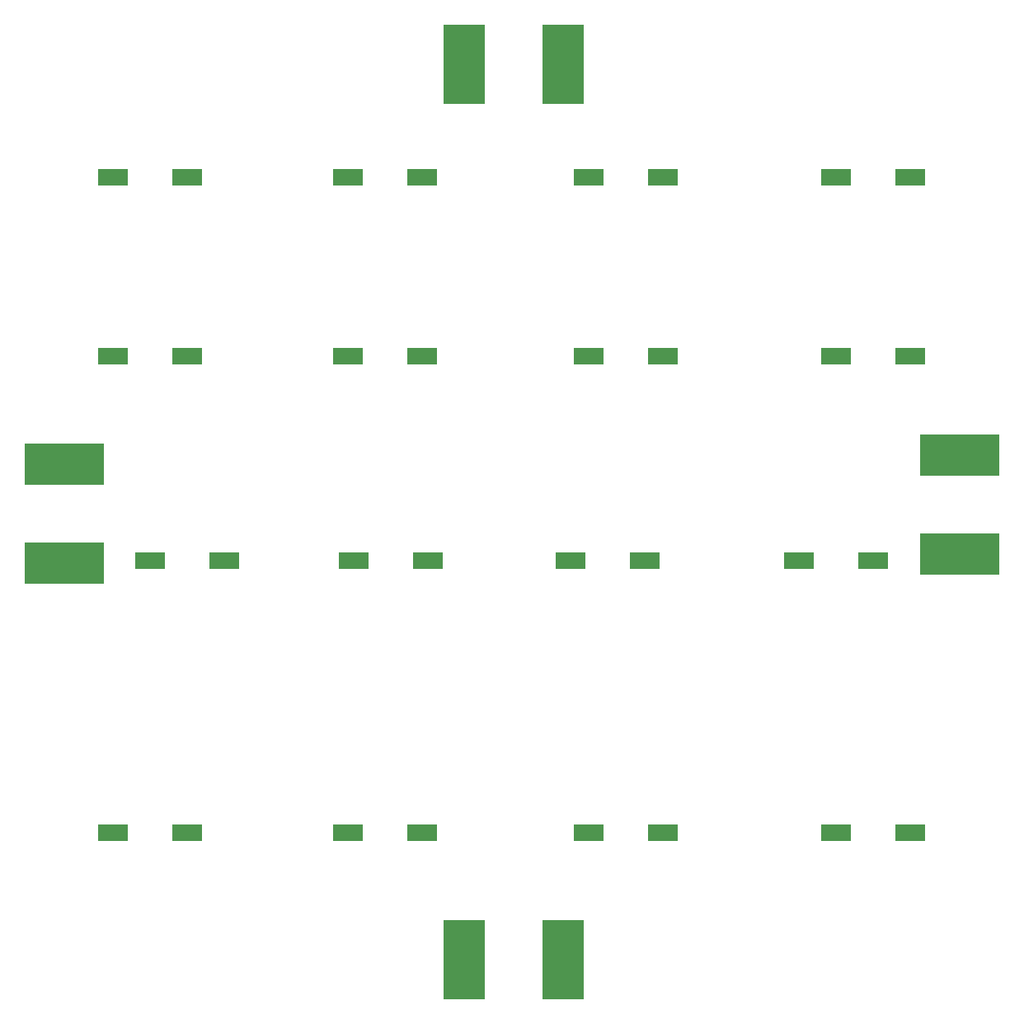
<source format=gbs>
G04 (created by PCBNEW-RS274X (2011-nov-30)-testing) date Sat 18 Aug 2012 05:52:09 PM EDT*
%MOIN*%
G04 Gerber Fmt 3.4, Leading zero omitted, Abs format*
%FSLAX34Y34*%
G01*
G70*
G90*
G04 APERTURE LIST*
%ADD10C,0.006*%
%ADD11R,0.12X0.07*%
%ADD12R,0.32X0.17*%
%ADD13R,0.17X0.32*%
G04 APERTURE END LIST*
G54D10*
G54D11*
X77000Y-68000D03*
X74000Y-68000D03*
G54D12*
X98744Y-52724D03*
X98744Y-56724D03*
G54D13*
X82709Y-73154D03*
X78709Y-73154D03*
X82709Y-36933D03*
X78709Y-36933D03*
G54D12*
X62524Y-53118D03*
X62524Y-57118D03*
G54D11*
X67500Y-68000D03*
X64500Y-68000D03*
X96750Y-68000D03*
X93750Y-68000D03*
X86750Y-68000D03*
X83750Y-68000D03*
X69000Y-57000D03*
X66000Y-57000D03*
X95250Y-57000D03*
X92250Y-57000D03*
X86000Y-57000D03*
X83000Y-57000D03*
X77250Y-57000D03*
X74250Y-57000D03*
X67500Y-48750D03*
X64500Y-48750D03*
X96750Y-48750D03*
X93750Y-48750D03*
X86750Y-48750D03*
X83750Y-48750D03*
X77000Y-48750D03*
X74000Y-48750D03*
X67500Y-41500D03*
X64500Y-41500D03*
X96750Y-41500D03*
X93750Y-41500D03*
X86750Y-41500D03*
X83750Y-41500D03*
X77000Y-41500D03*
X74000Y-41500D03*
M02*

</source>
